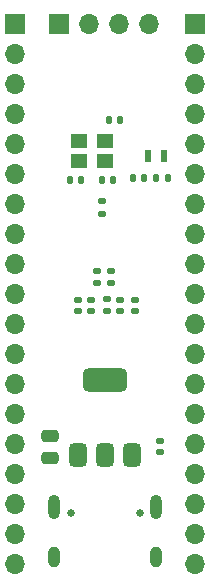
<source format=gbr>
%TF.GenerationSoftware,KiCad,Pcbnew,9.0.0*%
%TF.CreationDate,2025-08-25T15:59:45-02:30*%
%TF.ProjectId,STM32_PCB_Test_Project,53544d33-325f-4504-9342-5f546573745f,rev?*%
%TF.SameCoordinates,Original*%
%TF.FileFunction,Soldermask,Bot*%
%TF.FilePolarity,Negative*%
%FSLAX46Y46*%
G04 Gerber Fmt 4.6, Leading zero omitted, Abs format (unit mm)*
G04 Created by KiCad (PCBNEW 9.0.0) date 2025-08-25 15:59:45*
%MOMM*%
%LPD*%
G01*
G04 APERTURE LIST*
G04 Aperture macros list*
%AMRoundRect*
0 Rectangle with rounded corners*
0 $1 Rounding radius*
0 $2 $3 $4 $5 $6 $7 $8 $9 X,Y pos of 4 corners*
0 Add a 4 corners polygon primitive as box body*
4,1,4,$2,$3,$4,$5,$6,$7,$8,$9,$2,$3,0*
0 Add four circle primitives for the rounded corners*
1,1,$1+$1,$2,$3*
1,1,$1+$1,$4,$5*
1,1,$1+$1,$6,$7*
1,1,$1+$1,$8,$9*
0 Add four rect primitives between the rounded corners*
20,1,$1+$1,$2,$3,$4,$5,0*
20,1,$1+$1,$4,$5,$6,$7,0*
20,1,$1+$1,$6,$7,$8,$9,0*
20,1,$1+$1,$8,$9,$2,$3,0*%
G04 Aperture macros list end*
%ADD10R,1.700000X1.700000*%
%ADD11O,1.700000X1.700000*%
%ADD12C,0.650000*%
%ADD13O,1.000000X2.100000*%
%ADD14O,1.000000X1.800000*%
%ADD15RoundRect,0.140000X0.140000X0.170000X-0.140000X0.170000X-0.140000X-0.170000X0.140000X-0.170000X0*%
%ADD16RoundRect,0.140000X-0.170000X0.140000X-0.170000X-0.140000X0.170000X-0.140000X0.170000X0.140000X0*%
%ADD17R,1.400000X1.200000*%
%ADD18RoundRect,0.140000X0.170000X-0.140000X0.170000X0.140000X-0.170000X0.140000X-0.170000X-0.140000X0*%
%ADD19RoundRect,0.135000X-0.185000X0.135000X-0.185000X-0.135000X0.185000X-0.135000X0.185000X0.135000X0*%
%ADD20R,0.600000X1.100000*%
%ADD21RoundRect,0.375000X0.375000X-0.625000X0.375000X0.625000X-0.375000X0.625000X-0.375000X-0.625000X0*%
%ADD22RoundRect,0.500000X1.400000X-0.500000X1.400000X0.500000X-1.400000X0.500000X-1.400000X-0.500000X0*%
%ADD23RoundRect,0.250000X-0.475000X0.250000X-0.475000X-0.250000X0.475000X-0.250000X0.475000X0.250000X0*%
%ADD24RoundRect,0.140000X-0.140000X-0.170000X0.140000X-0.170000X0.140000X0.170000X-0.140000X0.170000X0*%
G04 APERTURE END LIST*
D10*
%TO.C,J2*%
X157025000Y-74675000D03*
D11*
X159565000Y-74675000D03*
X162105000Y-74675000D03*
X164645000Y-74675000D03*
%TD*%
D10*
%TO.C,J4*%
X168515000Y-74650000D03*
D11*
X168515000Y-77190000D03*
X168515000Y-79730000D03*
X168515000Y-82270000D03*
X168515000Y-84810000D03*
X168515000Y-87350000D03*
X168515000Y-89890000D03*
X168515000Y-92430000D03*
X168515000Y-94970000D03*
X168515000Y-97510000D03*
X168515000Y-100050000D03*
X168515000Y-102590000D03*
X168515000Y-105130000D03*
X168515000Y-107670000D03*
X168515000Y-110210000D03*
X168515000Y-112750000D03*
X168515000Y-115290000D03*
X168515000Y-117830000D03*
X168515000Y-120370000D03*
%TD*%
D10*
%TO.C,J3*%
X153275000Y-74650000D03*
D11*
X153275000Y-77190000D03*
X153275000Y-79730000D03*
X153275000Y-82270000D03*
X153275000Y-84810000D03*
X153275000Y-87350000D03*
X153275000Y-89890000D03*
X153275000Y-92430000D03*
X153275000Y-94970000D03*
X153275000Y-97510000D03*
X153275000Y-100050000D03*
X153275000Y-102590000D03*
X153275000Y-105130000D03*
X153275000Y-107670000D03*
X153275000Y-110210000D03*
X153275000Y-112750000D03*
X153275000Y-115290000D03*
X153275000Y-117830000D03*
X153275000Y-120370000D03*
%TD*%
D12*
%TO.C,J1*%
X158035000Y-116060000D03*
X163815000Y-116060000D03*
D13*
X156605000Y-115560000D03*
D14*
X156605000Y-119740000D03*
D13*
X165245000Y-115560000D03*
D14*
X165245000Y-119740000D03*
%TD*%
D15*
%TO.C,C12*%
X164230000Y-87675000D03*
X163270000Y-87675000D03*
%TD*%
D16*
%TO.C,C6*%
X160200000Y-95595000D03*
X160200000Y-96555000D03*
%TD*%
D17*
%TO.C,Y1*%
X160900000Y-86250000D03*
X158700000Y-86250000D03*
X158700000Y-84550000D03*
X160900000Y-84550000D03*
%TD*%
D18*
%TO.C,C2*%
X161025000Y-98930000D03*
X161025000Y-97970000D03*
%TD*%
D19*
%TO.C,R1*%
X160600000Y-89680000D03*
X160600000Y-90700000D03*
%TD*%
D20*
%TO.C,Y2*%
X164500000Y-85825000D03*
X165900000Y-85825000D03*
%TD*%
D21*
%TO.C,U3*%
X163187500Y-111125000D03*
X160887500Y-111125000D03*
D22*
X160887500Y-104825000D03*
D21*
X158587500Y-111125000D03*
%TD*%
D16*
%TO.C,C7*%
X161400000Y-95595000D03*
X161400000Y-96555000D03*
%TD*%
D18*
%TO.C,C3*%
X162175000Y-98955000D03*
X162175000Y-97995000D03*
%TD*%
%TO.C,C4*%
X159700000Y-98980000D03*
X159700000Y-98020000D03*
%TD*%
D15*
%TO.C,C11*%
X166205000Y-87675000D03*
X165245000Y-87675000D03*
%TD*%
D23*
%TO.C,C13*%
X156225000Y-109500000D03*
X156225000Y-111400000D03*
%TD*%
D16*
%TO.C,C14*%
X165575000Y-109945000D03*
X165575000Y-110905000D03*
%TD*%
D15*
%TO.C,C9*%
X158880000Y-87900000D03*
X157920000Y-87900000D03*
%TD*%
D18*
%TO.C,C5*%
X158575000Y-98955000D03*
X158575000Y-97995000D03*
%TD*%
%TO.C,C1*%
X163450000Y-98955000D03*
X163450000Y-97995000D03*
%TD*%
D15*
%TO.C,C10*%
X161580000Y-87900000D03*
X160620000Y-87900000D03*
%TD*%
D24*
%TO.C,C8*%
X161220000Y-82800000D03*
X162180000Y-82800000D03*
%TD*%
M02*

</source>
